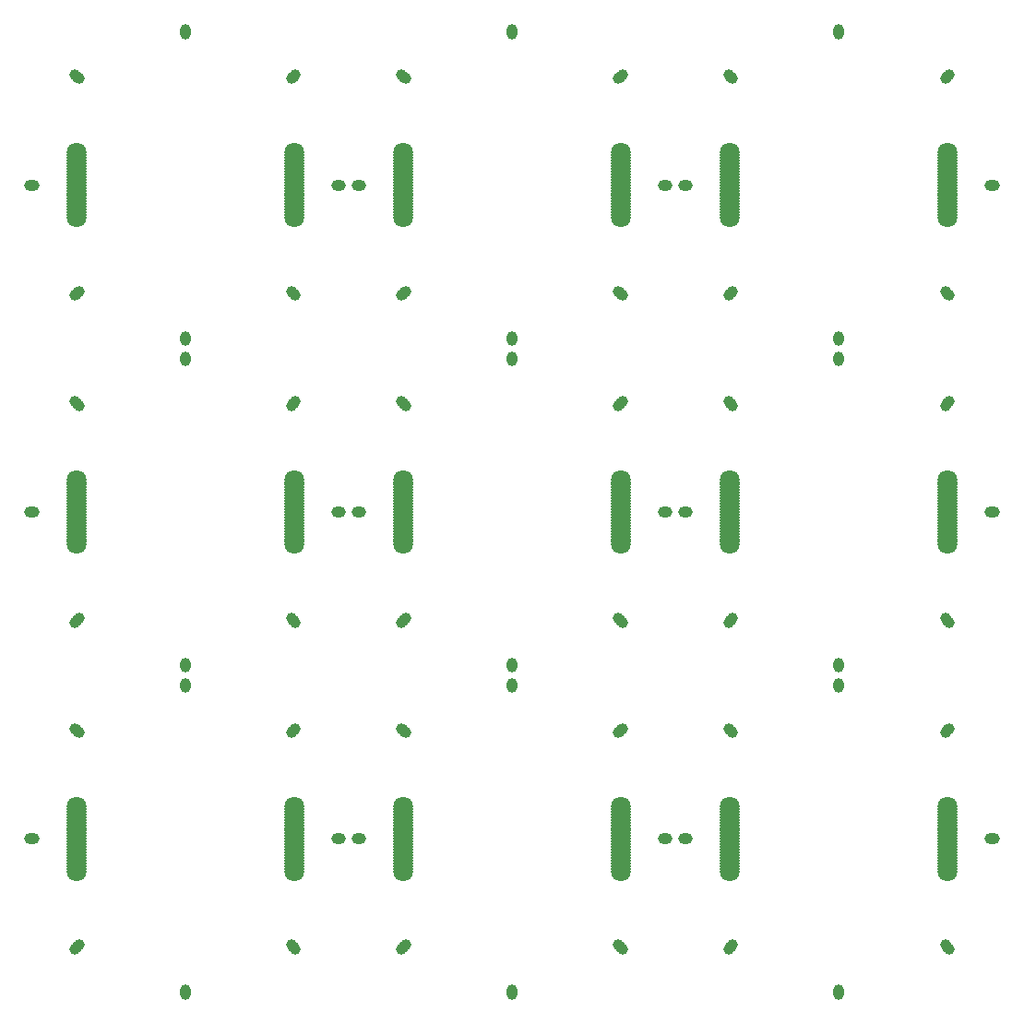
<source format=gbl>
G75*
%MOIN*%
%OFA0B0*%
%FSLAX25Y25*%
%IPPOS*%
%LPD*%
%AMOC8*
5,1,8,0,0,1.08239X$1,22.5*
%
%ADD10C,0.03962*%
%ADD11C,0.07087*%
D10*
X0027102Y0027102D03*
X0027594Y0027594D03*
X0028087Y0028087D03*
X0028579Y0028579D03*
X0012339Y0066965D03*
X0011846Y0066965D03*
X0011354Y0066965D03*
X0010862Y0066965D03*
X0028579Y0105350D03*
X0028087Y0105843D03*
X0027594Y0106335D03*
X0027102Y0106827D03*
X0027102Y0145213D03*
X0027594Y0145705D03*
X0028087Y0146197D03*
X0028579Y0146689D03*
X0066965Y0130449D03*
X0066965Y0129957D03*
X0066965Y0129465D03*
X0066965Y0128972D03*
X0066965Y0123067D03*
X0066965Y0122575D03*
X0066965Y0122083D03*
X0066965Y0121591D03*
X0105350Y0105350D03*
X0105843Y0105843D03*
X0106335Y0106335D03*
X0106827Y0106827D03*
X0121591Y0066965D03*
X0122083Y0066965D03*
X0122575Y0066965D03*
X0123067Y0066965D03*
X0128972Y0066965D03*
X0129465Y0066965D03*
X0129957Y0066965D03*
X0130449Y0066965D03*
X0146689Y0105350D03*
X0146197Y0105843D03*
X0145705Y0106335D03*
X0145213Y0106827D03*
X0145213Y0145213D03*
X0145705Y0145705D03*
X0146197Y0146197D03*
X0146689Y0146689D03*
X0106827Y0145213D03*
X0106335Y0145705D03*
X0105843Y0146197D03*
X0105350Y0146689D03*
X0121591Y0185075D03*
X0122083Y0185075D03*
X0122575Y0185075D03*
X0123067Y0185075D03*
X0128972Y0185075D03*
X0129465Y0185075D03*
X0129957Y0185075D03*
X0130449Y0185075D03*
X0146689Y0223461D03*
X0146197Y0223953D03*
X0145705Y0224445D03*
X0145213Y0224937D03*
X0145213Y0263323D03*
X0145705Y0263815D03*
X0146197Y0264307D03*
X0146689Y0264799D03*
X0130449Y0303185D03*
X0129957Y0303185D03*
X0129465Y0303185D03*
X0128972Y0303185D03*
X0123067Y0303185D03*
X0122575Y0303185D03*
X0122083Y0303185D03*
X0121591Y0303185D03*
X0105350Y0264799D03*
X0105843Y0264307D03*
X0106335Y0263815D03*
X0106827Y0263323D03*
X0066965Y0248559D03*
X0066965Y0248067D03*
X0066965Y0247575D03*
X0066965Y0247083D03*
X0066965Y0241177D03*
X0066965Y0240685D03*
X0066965Y0240193D03*
X0066965Y0239701D03*
X0105350Y0223461D03*
X0105843Y0223953D03*
X0106335Y0224445D03*
X0106827Y0224937D03*
X0028579Y0223461D03*
X0028087Y0223953D03*
X0027594Y0224445D03*
X0027102Y0224937D03*
X0012339Y0185075D03*
X0011846Y0185075D03*
X0011354Y0185075D03*
X0010862Y0185075D03*
X0027102Y0263323D03*
X0027594Y0263815D03*
X0028087Y0264307D03*
X0028579Y0264799D03*
X0012339Y0303185D03*
X0011846Y0303185D03*
X0011354Y0303185D03*
X0010862Y0303185D03*
X0028579Y0341571D03*
X0028087Y0342063D03*
X0027594Y0342555D03*
X0027102Y0343047D03*
X0066965Y0357811D03*
X0066965Y0358303D03*
X0066965Y0358795D03*
X0066965Y0359287D03*
X0105350Y0341571D03*
X0105843Y0342063D03*
X0106335Y0342555D03*
X0106827Y0343047D03*
X0145213Y0343047D03*
X0145705Y0342555D03*
X0146197Y0342063D03*
X0146689Y0341571D03*
X0185075Y0357811D03*
X0185075Y0358303D03*
X0185075Y0358795D03*
X0185075Y0359287D03*
X0223461Y0341571D03*
X0223953Y0342063D03*
X0224445Y0342555D03*
X0224937Y0343047D03*
X0263323Y0343047D03*
X0263815Y0342555D03*
X0264307Y0342063D03*
X0264799Y0341571D03*
X0303185Y0357811D03*
X0303185Y0358303D03*
X0303185Y0358795D03*
X0303185Y0359287D03*
X0341571Y0341571D03*
X0342063Y0342063D03*
X0342555Y0342555D03*
X0343047Y0343047D03*
X0357811Y0303185D03*
X0358303Y0303185D03*
X0358795Y0303185D03*
X0359287Y0303185D03*
X0341571Y0264799D03*
X0342063Y0264307D03*
X0342555Y0263815D03*
X0343047Y0263323D03*
X0343047Y0224937D03*
X0342555Y0224445D03*
X0342063Y0223953D03*
X0341571Y0223461D03*
X0357811Y0185075D03*
X0358303Y0185075D03*
X0358795Y0185075D03*
X0359287Y0185075D03*
X0341571Y0146689D03*
X0342063Y0146197D03*
X0342555Y0145705D03*
X0343047Y0145213D03*
X0343047Y0106827D03*
X0342555Y0106335D03*
X0342063Y0105843D03*
X0341571Y0105350D03*
X0357811Y0066965D03*
X0358303Y0066965D03*
X0358795Y0066965D03*
X0359287Y0066965D03*
X0341571Y0028579D03*
X0342063Y0028087D03*
X0342555Y0027594D03*
X0343047Y0027102D03*
X0303185Y0012339D03*
X0303185Y0011846D03*
X0303185Y0011354D03*
X0303185Y0010862D03*
X0264799Y0028579D03*
X0264307Y0028087D03*
X0263815Y0027594D03*
X0263323Y0027102D03*
X0224937Y0027102D03*
X0224445Y0027594D03*
X0223953Y0028087D03*
X0223461Y0028579D03*
X0185075Y0012339D03*
X0185075Y0011846D03*
X0185075Y0011354D03*
X0185075Y0010862D03*
X0146689Y0028579D03*
X0146197Y0028087D03*
X0145705Y0027594D03*
X0145213Y0027102D03*
X0106827Y0027102D03*
X0106335Y0027594D03*
X0105843Y0028087D03*
X0105350Y0028579D03*
X0066965Y0012339D03*
X0066965Y0011846D03*
X0066965Y0011354D03*
X0066965Y0010862D03*
X0185075Y0121591D03*
X0185075Y0122083D03*
X0185075Y0122575D03*
X0185075Y0123067D03*
X0185075Y0128972D03*
X0185075Y0129465D03*
X0185075Y0129957D03*
X0185075Y0130449D03*
X0223461Y0146689D03*
X0223953Y0146197D03*
X0224445Y0145705D03*
X0224937Y0145213D03*
X0263323Y0145213D03*
X0263815Y0145705D03*
X0264307Y0146197D03*
X0264799Y0146689D03*
X0303185Y0130449D03*
X0303185Y0129957D03*
X0303185Y0129465D03*
X0303185Y0128972D03*
X0303185Y0123067D03*
X0303185Y0122575D03*
X0303185Y0122083D03*
X0303185Y0121591D03*
X0264799Y0105350D03*
X0264307Y0105843D03*
X0263815Y0106335D03*
X0263323Y0106827D03*
X0248559Y0066965D03*
X0248067Y0066965D03*
X0247575Y0066965D03*
X0247083Y0066965D03*
X0241177Y0066965D03*
X0240685Y0066965D03*
X0240193Y0066965D03*
X0239701Y0066965D03*
X0223461Y0105350D03*
X0223953Y0105843D03*
X0224445Y0106335D03*
X0224937Y0106827D03*
X0239701Y0185075D03*
X0240193Y0185075D03*
X0240685Y0185075D03*
X0241177Y0185075D03*
X0247083Y0185075D03*
X0247575Y0185075D03*
X0248067Y0185075D03*
X0248559Y0185075D03*
X0264799Y0223461D03*
X0264307Y0223953D03*
X0263815Y0224445D03*
X0263323Y0224937D03*
X0303185Y0239701D03*
X0303185Y0240193D03*
X0303185Y0240685D03*
X0303185Y0241177D03*
X0303185Y0247083D03*
X0303185Y0247575D03*
X0303185Y0248067D03*
X0303185Y0248559D03*
X0264799Y0264799D03*
X0264307Y0264307D03*
X0263815Y0263815D03*
X0263323Y0263323D03*
X0248559Y0303185D03*
X0248067Y0303185D03*
X0247575Y0303185D03*
X0247083Y0303185D03*
X0241177Y0303185D03*
X0240685Y0303185D03*
X0240193Y0303185D03*
X0239701Y0303185D03*
X0223461Y0264799D03*
X0223953Y0264307D03*
X0224445Y0263815D03*
X0224937Y0263323D03*
X0185075Y0248559D03*
X0185075Y0248067D03*
X0185075Y0247575D03*
X0185075Y0247083D03*
X0185075Y0241177D03*
X0185075Y0240685D03*
X0185075Y0240193D03*
X0185075Y0239701D03*
X0223461Y0223461D03*
X0223953Y0223953D03*
X0224445Y0224445D03*
X0224937Y0224937D03*
D11*
X0224445Y0196886D03*
X0224445Y0195902D03*
X0224445Y0194917D03*
X0224445Y0193933D03*
X0224445Y0192949D03*
X0224445Y0191965D03*
X0224445Y0190980D03*
X0224445Y0189996D03*
X0224445Y0189012D03*
X0224445Y0188028D03*
X0224445Y0187043D03*
X0224445Y0186059D03*
X0224445Y0185075D03*
X0224445Y0184091D03*
X0224445Y0183106D03*
X0224445Y0182122D03*
X0224445Y0181138D03*
X0224445Y0180154D03*
X0224445Y0179169D03*
X0224445Y0178185D03*
X0224445Y0177201D03*
X0224445Y0176217D03*
X0224445Y0175232D03*
X0224445Y0174248D03*
X0224445Y0173264D03*
X0263815Y0173264D03*
X0263815Y0174248D03*
X0263815Y0175232D03*
X0263815Y0176217D03*
X0263815Y0177201D03*
X0263815Y0178185D03*
X0263815Y0179169D03*
X0263815Y0180154D03*
X0263815Y0181138D03*
X0263815Y0182122D03*
X0263815Y0183106D03*
X0263815Y0184091D03*
X0263815Y0185075D03*
X0263815Y0186059D03*
X0263815Y0187043D03*
X0263815Y0188028D03*
X0263815Y0189012D03*
X0263815Y0189996D03*
X0263815Y0190980D03*
X0263815Y0191965D03*
X0263815Y0192949D03*
X0263815Y0193933D03*
X0263815Y0194917D03*
X0263815Y0195902D03*
X0263815Y0196886D03*
X0342555Y0196886D03*
X0342555Y0195902D03*
X0342555Y0194917D03*
X0342555Y0193933D03*
X0342555Y0192949D03*
X0342555Y0191965D03*
X0342555Y0190980D03*
X0342555Y0189996D03*
X0342555Y0189012D03*
X0342555Y0188028D03*
X0342555Y0187043D03*
X0342555Y0186059D03*
X0342555Y0185075D03*
X0342555Y0184091D03*
X0342555Y0183106D03*
X0342555Y0182122D03*
X0342555Y0181138D03*
X0342555Y0180154D03*
X0342555Y0179169D03*
X0342555Y0178185D03*
X0342555Y0177201D03*
X0342555Y0176217D03*
X0342555Y0175232D03*
X0342555Y0174248D03*
X0342555Y0173264D03*
X0342555Y0078776D03*
X0342555Y0077791D03*
X0342555Y0076807D03*
X0342555Y0075823D03*
X0342555Y0074839D03*
X0342555Y0073854D03*
X0342555Y0072870D03*
X0342555Y0071886D03*
X0342555Y0070902D03*
X0342555Y0069917D03*
X0342555Y0068933D03*
X0342555Y0067949D03*
X0342555Y0066965D03*
X0342555Y0065980D03*
X0342555Y0064996D03*
X0342555Y0064012D03*
X0342555Y0063028D03*
X0342555Y0062043D03*
X0342555Y0061059D03*
X0342555Y0060075D03*
X0342555Y0059091D03*
X0342555Y0058106D03*
X0342555Y0057122D03*
X0342555Y0056138D03*
X0342555Y0055154D03*
X0263815Y0055154D03*
X0263815Y0056138D03*
X0263815Y0057122D03*
X0263815Y0058106D03*
X0263815Y0059091D03*
X0263815Y0060075D03*
X0263815Y0061059D03*
X0263815Y0062043D03*
X0263815Y0063028D03*
X0263815Y0064012D03*
X0263815Y0064996D03*
X0263815Y0065980D03*
X0263815Y0066965D03*
X0263815Y0067949D03*
X0263815Y0068933D03*
X0263815Y0069917D03*
X0263815Y0070902D03*
X0263815Y0071886D03*
X0263815Y0072870D03*
X0263815Y0073854D03*
X0263815Y0074839D03*
X0263815Y0075823D03*
X0263815Y0076807D03*
X0263815Y0077791D03*
X0263815Y0078776D03*
X0224445Y0078776D03*
X0224445Y0077791D03*
X0224445Y0076807D03*
X0224445Y0075823D03*
X0224445Y0074839D03*
X0224445Y0073854D03*
X0224445Y0072870D03*
X0224445Y0071886D03*
X0224445Y0070902D03*
X0224445Y0069917D03*
X0224445Y0068933D03*
X0224445Y0067949D03*
X0224445Y0066965D03*
X0224445Y0065980D03*
X0224445Y0064996D03*
X0224445Y0064012D03*
X0224445Y0063028D03*
X0224445Y0062043D03*
X0224445Y0061059D03*
X0224445Y0060075D03*
X0224445Y0059091D03*
X0224445Y0058106D03*
X0224445Y0057122D03*
X0224445Y0056138D03*
X0224445Y0055154D03*
X0145705Y0055154D03*
X0145705Y0056138D03*
X0145705Y0057122D03*
X0145705Y0058106D03*
X0145705Y0059091D03*
X0145705Y0060075D03*
X0145705Y0061059D03*
X0145705Y0062043D03*
X0145705Y0063028D03*
X0145705Y0064012D03*
X0145705Y0064996D03*
X0145705Y0065980D03*
X0145705Y0066965D03*
X0145705Y0067949D03*
X0145705Y0068933D03*
X0145705Y0069917D03*
X0145705Y0070902D03*
X0145705Y0071886D03*
X0145705Y0072870D03*
X0145705Y0073854D03*
X0145705Y0074839D03*
X0145705Y0075823D03*
X0145705Y0076807D03*
X0145705Y0077791D03*
X0145705Y0078776D03*
X0106335Y0078776D03*
X0106335Y0077791D03*
X0106335Y0076807D03*
X0106335Y0075823D03*
X0106335Y0074839D03*
X0106335Y0073854D03*
X0106335Y0072870D03*
X0106335Y0071886D03*
X0106335Y0070902D03*
X0106335Y0069917D03*
X0106335Y0068933D03*
X0106335Y0067949D03*
X0106335Y0066965D03*
X0106335Y0065980D03*
X0106335Y0064996D03*
X0106335Y0064012D03*
X0106335Y0063028D03*
X0106335Y0062043D03*
X0106335Y0061059D03*
X0106335Y0060075D03*
X0106335Y0059091D03*
X0106335Y0058106D03*
X0106335Y0057122D03*
X0106335Y0056138D03*
X0106335Y0055154D03*
X0027594Y0055154D03*
X0027594Y0056138D03*
X0027594Y0057122D03*
X0027594Y0058106D03*
X0027594Y0059091D03*
X0027594Y0060075D03*
X0027594Y0061059D03*
X0027594Y0062043D03*
X0027594Y0063028D03*
X0027594Y0064012D03*
X0027594Y0064996D03*
X0027594Y0065980D03*
X0027594Y0066965D03*
X0027594Y0067949D03*
X0027594Y0068933D03*
X0027594Y0069917D03*
X0027594Y0070902D03*
X0027594Y0071886D03*
X0027594Y0072870D03*
X0027594Y0073854D03*
X0027594Y0074839D03*
X0027594Y0075823D03*
X0027594Y0076807D03*
X0027594Y0077791D03*
X0027594Y0078776D03*
X0027594Y0173264D03*
X0027594Y0174248D03*
X0027594Y0175232D03*
X0027594Y0176217D03*
X0027594Y0177201D03*
X0027594Y0178185D03*
X0027594Y0179169D03*
X0027594Y0180154D03*
X0027594Y0181138D03*
X0027594Y0182122D03*
X0027594Y0183106D03*
X0027594Y0184091D03*
X0027594Y0185075D03*
X0027594Y0186059D03*
X0027594Y0187043D03*
X0027594Y0188028D03*
X0027594Y0189012D03*
X0027594Y0189996D03*
X0027594Y0190980D03*
X0027594Y0191965D03*
X0027594Y0192949D03*
X0027594Y0193933D03*
X0027594Y0194917D03*
X0027594Y0195902D03*
X0027594Y0196886D03*
X0106335Y0196886D03*
X0106335Y0195902D03*
X0106335Y0194917D03*
X0106335Y0193933D03*
X0106335Y0192949D03*
X0106335Y0191965D03*
X0106335Y0190980D03*
X0106335Y0189996D03*
X0106335Y0189012D03*
X0106335Y0188028D03*
X0106335Y0187043D03*
X0106335Y0186059D03*
X0106335Y0185075D03*
X0106335Y0184091D03*
X0106335Y0183106D03*
X0106335Y0182122D03*
X0106335Y0181138D03*
X0106335Y0180154D03*
X0106335Y0179169D03*
X0106335Y0178185D03*
X0106335Y0177201D03*
X0106335Y0176217D03*
X0106335Y0175232D03*
X0106335Y0174248D03*
X0106335Y0173264D03*
X0145705Y0173264D03*
X0145705Y0174248D03*
X0145705Y0175232D03*
X0145705Y0176217D03*
X0145705Y0177201D03*
X0145705Y0178185D03*
X0145705Y0179169D03*
X0145705Y0180154D03*
X0145705Y0181138D03*
X0145705Y0182122D03*
X0145705Y0183106D03*
X0145705Y0184091D03*
X0145705Y0185075D03*
X0145705Y0186059D03*
X0145705Y0187043D03*
X0145705Y0188028D03*
X0145705Y0189012D03*
X0145705Y0189996D03*
X0145705Y0190980D03*
X0145705Y0191965D03*
X0145705Y0192949D03*
X0145705Y0193933D03*
X0145705Y0194917D03*
X0145705Y0195902D03*
X0145705Y0196886D03*
X0145705Y0291374D03*
X0145705Y0292358D03*
X0145705Y0293343D03*
X0145705Y0294327D03*
X0145705Y0295311D03*
X0145705Y0296295D03*
X0145705Y0297280D03*
X0145705Y0298264D03*
X0145705Y0299248D03*
X0145705Y0300232D03*
X0145705Y0301217D03*
X0145705Y0302201D03*
X0145705Y0303185D03*
X0145705Y0304169D03*
X0145705Y0305154D03*
X0145705Y0306138D03*
X0145705Y0307122D03*
X0145705Y0308106D03*
X0145705Y0309091D03*
X0145705Y0310075D03*
X0145705Y0311059D03*
X0145705Y0312043D03*
X0145705Y0313028D03*
X0145705Y0314012D03*
X0145705Y0314996D03*
X0106335Y0314996D03*
X0106335Y0314012D03*
X0106335Y0313028D03*
X0106335Y0312043D03*
X0106335Y0311059D03*
X0106335Y0310075D03*
X0106335Y0309091D03*
X0106335Y0308106D03*
X0106335Y0307122D03*
X0106335Y0306138D03*
X0106335Y0305154D03*
X0106335Y0304169D03*
X0106335Y0303185D03*
X0106335Y0302201D03*
X0106335Y0301217D03*
X0106335Y0300232D03*
X0106335Y0299248D03*
X0106335Y0298264D03*
X0106335Y0297280D03*
X0106335Y0296295D03*
X0106335Y0295311D03*
X0106335Y0294327D03*
X0106335Y0293343D03*
X0106335Y0292358D03*
X0106335Y0291374D03*
X0027594Y0291374D03*
X0027594Y0292358D03*
X0027594Y0293343D03*
X0027594Y0294327D03*
X0027594Y0295311D03*
X0027594Y0296295D03*
X0027594Y0297280D03*
X0027594Y0298264D03*
X0027594Y0299248D03*
X0027594Y0300232D03*
X0027594Y0301217D03*
X0027594Y0302201D03*
X0027594Y0303185D03*
X0027594Y0304169D03*
X0027594Y0305154D03*
X0027594Y0306138D03*
X0027594Y0307122D03*
X0027594Y0308106D03*
X0027594Y0309091D03*
X0027594Y0310075D03*
X0027594Y0311059D03*
X0027594Y0312043D03*
X0027594Y0313028D03*
X0027594Y0314012D03*
X0027594Y0314996D03*
X0224445Y0314996D03*
X0224445Y0314012D03*
X0224445Y0313028D03*
X0224445Y0312043D03*
X0224445Y0311059D03*
X0224445Y0310075D03*
X0224445Y0309091D03*
X0224445Y0308106D03*
X0224445Y0307122D03*
X0224445Y0306138D03*
X0224445Y0305154D03*
X0224445Y0304169D03*
X0224445Y0303185D03*
X0224445Y0302201D03*
X0224445Y0301217D03*
X0224445Y0300232D03*
X0224445Y0299248D03*
X0224445Y0298264D03*
X0224445Y0297280D03*
X0224445Y0296295D03*
X0224445Y0295311D03*
X0224445Y0294327D03*
X0224445Y0293343D03*
X0224445Y0292358D03*
X0224445Y0291374D03*
X0263815Y0291374D03*
X0263815Y0292358D03*
X0263815Y0293343D03*
X0263815Y0294327D03*
X0263815Y0295311D03*
X0263815Y0296295D03*
X0263815Y0297280D03*
X0263815Y0298264D03*
X0263815Y0299248D03*
X0263815Y0300232D03*
X0263815Y0301217D03*
X0263815Y0302201D03*
X0263815Y0303185D03*
X0263815Y0304169D03*
X0263815Y0305154D03*
X0263815Y0306138D03*
X0263815Y0307122D03*
X0263815Y0308106D03*
X0263815Y0309091D03*
X0263815Y0310075D03*
X0263815Y0311059D03*
X0263815Y0312043D03*
X0263815Y0313028D03*
X0263815Y0314012D03*
X0263815Y0314996D03*
X0342555Y0314996D03*
X0342555Y0314012D03*
X0342555Y0313028D03*
X0342555Y0312043D03*
X0342555Y0311059D03*
X0342555Y0310075D03*
X0342555Y0309091D03*
X0342555Y0308106D03*
X0342555Y0307122D03*
X0342555Y0306138D03*
X0342555Y0305154D03*
X0342555Y0304169D03*
X0342555Y0303185D03*
X0342555Y0302201D03*
X0342555Y0301217D03*
X0342555Y0300232D03*
X0342555Y0299248D03*
X0342555Y0298264D03*
X0342555Y0297280D03*
X0342555Y0296295D03*
X0342555Y0295311D03*
X0342555Y0294327D03*
X0342555Y0293343D03*
X0342555Y0292358D03*
X0342555Y0291374D03*
M02*

</source>
